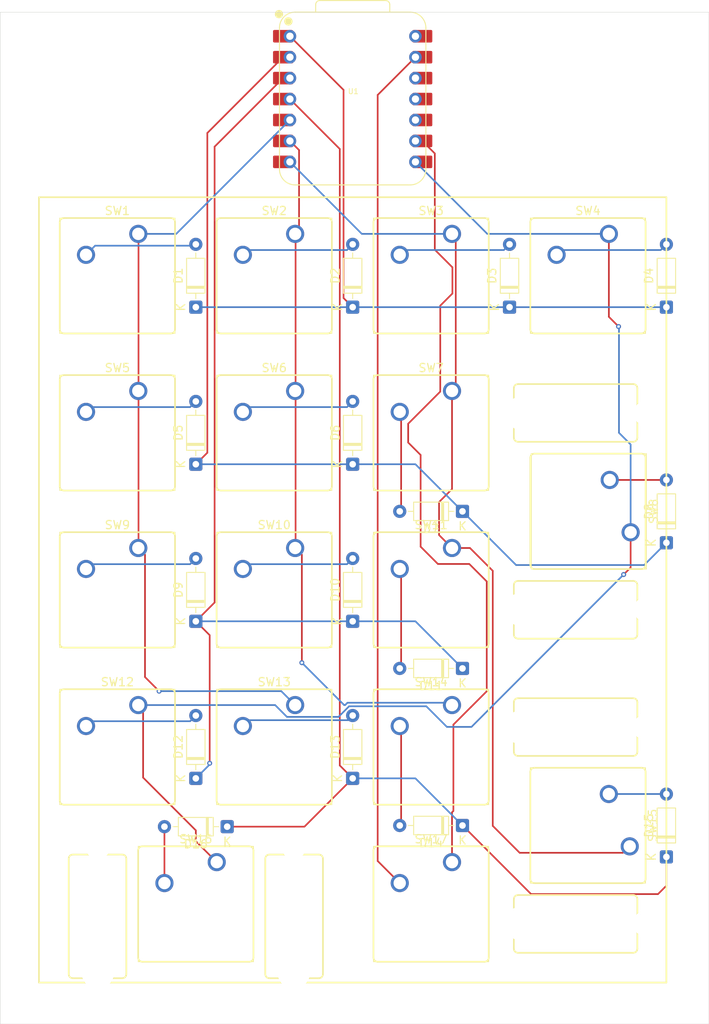
<source format=kicad_pcb>
(kicad_pcb (version 20241229) (generator "pcbnew") (generator_version "9.0")
  (layers (0 "F.Cu" signal) (2 "B.Cu" signal) (13 "F.Paste" user) (15 "B.Paste" user) (5 "F.SilkS" user "F.Silkscreen") (7 "B.SilkS" user "B.Silkscreen") (1 "F.Mask" user) (3 "B.Mask" user) (25 "Edge.Cuts" user))
  (net 0 "")
  (net 1 "Net-(D1-A)")
  (net 2 "GPIO26{slash}ADC0{slash}A0")
  (net 3 "Net-(D2-A)")
  (net 4 "Net-(D3-A)")
  (net 5 "Net-(D4-A)")
  (net 6 "GPIO27{slash}ADC1{slash}A1")
  (net 7 "Net-(D5-A)")
  (net 8 "Net-(D6-A)")
  (net 9 "Net-(D7-A)")
  (net 10 "Net-(D8-A)")
  (net 11 "GPIO28{slash}ADC2{slash}A2")
  (net 12 "Net-(D9-A)")
  (net 13 "Net-(D10-A)")
  (net 14 "Net-(D11-A)")
  (net 15 "Net-(D12-A)")
  (net 16 "Net-(D13-A)")
  (net 17 "GPIO29{slash}ADC3{slash}A3")
  (net 18 "Net-(D14-A)")
  (net 19 "Net-(D15-A)")
  (net 20 "Net-(D16-A)")
  (net 21 "GPIO6{slash}SDA")
  (net 22 "GPIO7{slash}SCL")
  (net 23 "GPIO0{slash}TX")
  (net 24 "GPIO1{slash}RX")
  (net 25 "GPIO2{slash}SCK")
  (net 26 "GND")
  (footprint "Diode_THT:D_DO-35_SOD27_P7.62mm_Horizontal" (layer "F.Cu") (at 89.799 126.093 90)
    (property "Reference" "D12")
    (property "Value" "1N4148")
  )
  (footprint "Library:SW_Cherry_MX_1.00u_PCB WITH 3D" (layer "F.Cu") (at 139.964 60.053)
    (property "Reference" "SW4")
    (property "Value" "SW_Push")
  )
  (footprint "Diode_THT:D_DO-35_SOD27_P7.62mm_Horizontal" (layer "F.Cu") (at 108.849 68.943 90)
    (property "Reference" "D2")
    (property "Value" "1N4148")
  )
  (footprint "Diode_THT:D_DO-35_SOD27_P7.62mm_Horizontal" (layer "F.Cu") (at 122.184 112.758 180)
    (property "Reference" "D11")
    (property "Value" "1N4148")
  )
  (footprint "Library:SW_Cherry_MX_1.00u_PCB WITH 3D" (layer "F.Cu") (at 82.814 117.203)
    (property "Reference" "SW12")
    (property "Value" "SW_Push")
  )
  (footprint "Diode_THT:D_DO-35_SOD27_P7.62mm_Horizontal" (layer "F.Cu") (at 122.184 131.808 180)
    (property "Reference" "D14")
    (property "Value" "1N4148")
  )
  (footprint "Diode_THT:D_DO-35_SOD27_P7.62mm_Horizontal" (layer "F.Cu") (at 146.949 68.943 90)
    (property "Reference" "D4")
    (property "Value" "1N4148")
  )
  (footprint "Diode_THT:D_DO-35_SOD27_P7.62mm_Horizontal" (layer "F.Cu") (at 122.184 93.708 180)
    (property "Reference" "D7")
    (property "Value" "1N4148")
  )
  (footprint "Diode_THT:D_DO-35_SOD27_P7.62mm_Horizontal" (layer "F.Cu") (at 89.799 87.993 90)
    (property "Reference" "D5")
    (property "Value" "1N4148")
  )
  (footprint "Library:SW_Cherry_MX_1.00u_PCB WITH 3D" (layer "F.Cu") (at 101.864 79.103)
    (property "Reference" "SW6")
    (property "Value" "SW_Push")
  )
  (footprint "Diode_THT:D_DO-35_SOD27_P7.62mm_Horizontal" (layer "F.Cu") (at 89.799 68.943 90)
    (property "Reference" "D1")
    (property "Value" "1N4148")
  )
  (footprint "Diode_THT:D_DO-35_SOD27_P7.62mm_Horizontal" (layer "F.Cu") (at 108.849 126.093 90)
    (property "Reference" "D13")
    (property "Value" "1N4148")
  )
  (footprint "Library:SW_Cherry_MX_1.00u_PCB WITH 3D" (layer "F.Cu") (at 101.864 117.203)
    (property "Reference" "SW13")
    (property "Value" "SW_Push")
  )
  (footprint "Library:SW_Cherry_MX_1.00u_PCB WITH 3D" (layer "F.Cu") (at 82.814 60.053)
    (property "Reference" "SW1")
    (property "Value" "SW_Push")
  )
  (footprint "Button_Switch_Keyboard:SW_Cherry_MX_2.00u_PCB" (layer "F.Cu") (at 142.605 96.248 -90)
    (property "Reference" "SW8")
    (property "Value" "SW_Push")
  )
  (footprint "Library:SW_Cherry_MX_1.00u_PCB WITH 3D" (layer "F.Cu") (at 120.914 79.103)
    (property "Reference" "SW7")
    (property "Value" "SW_Push")
  )
  (footprint "Library:SW_Cherry_MX_1.00u_PCB WITH 3D" (layer "F.Cu") (at 120.914 98.153)
    (property "Reference" "SW11")
    (property "Value" "SW_Push")
  )
  (footprint "Diode_THT:D_DO-35_SOD27_P7.62mm_Horizontal" (layer "F.Cu") (at 89.799 107.043 90)
    (property "Reference" "D9")
    (property "Value" "1N4148")
  )
  (footprint "Diode_THT:D_DO-35_SOD27_P7.62mm_Horizontal" (layer "F.Cu") (at 127.899 68.943 90)
    (property "Reference" "D3")
    (property "Value" "1N4148")
  )
  (footprint "Diode_THT:D_DO-35_SOD27_P7.62mm_Horizontal" (layer "F.Cu") (at 146.949 135.618 90)
    (property "Reference" "D15")
    (property "Value" "1N4148")
  )
  (footprint "seeed 2040:XIAO-RP2040-DIP" (layer "F.Cu") (at 108.849 43.7017)
    (property "Reference" "U1")
    (property "Value" "XIAO-RP2040-DIP")
  )
  (footprint "Library:SW_Cherry_MX_1.00u_PCB WITH 3D" (layer "F.Cu") (at 82.814 79.103)
    (property "Reference" "SW5")
    (property "Value" "SW_Push")
  )
  (footprint "Button_Switch_Keyboard:SW_Cherry_MX_2.00u_PCB" (layer "F.Cu") (at 142.4975 134.34 -90)
    (property "Reference" "SW15")
    (property "Value" "SW_Push")
  )
  (footprint "Library:SW_Cherry_MX_1.00u_PCB WITH 3D" (layer "F.Cu") (at 120.914 60.053)
    (property "Reference" "SW3")
    (property "Value" "SW_Push")
  )
  (footprint "Button_Switch_Keyboard:SW_Cherry_MX_2.00u_PCB" (layer "F.Cu") (at 92.339 136.253)
    (property "Reference" "SW16")
    (property "Value" "SW_Push")
  )
  (footprint "Library:SW_Cherry_MX_1.00u_PCB WITH 3D" (layer "F.Cu") (at 120.914 117.203)
    (property "Reference" "SW14")
    (property "Value" "SW_Push")
  )
  (footprint "Diode_THT:D_DO-35_SOD27_P7.62mm_Horizontal" (layer "F.Cu") (at 93.609 131.95 180)
    (property "Reference" "D16")
    (property "Value" "1N4148")
  )
  (footprint "Diode_THT:D_DO-35_SOD27_P7.62mm_Horizontal" (layer "F.Cu") (at 146.949 97.518 90)
    (property "Reference" "D8")
    (property "Value" "1N4148")
  )
  (footprint "Library:SW_Cherry_MX_1.00u_PCB WITH 3D" (layer "F.Cu") (at 82.814 98.153)
    (property "Reference" "SW9")
    (property "Value" "SW_Push")
  )
  (footprint "Diode_THT:D_DO-35_SOD27_P7.62mm_Horizontal" (layer "F.Cu") (at 108.849 107.043 90)
    (property "Reference" "D10")
    (property "Value" "1N4148")
  )
  (footprint "Library:SW_Cherry_MX_1.00u_PCB WITH 3D" (layer "F.Cu") (at 101.864 60.053)
    (property "Reference" "SW2")
    (property "Value" "SW_Push")
  )
  (footprint "Library:SW_Cherry_MX_1.00u_PCB WITH 3D" (layer "F.Cu") (at 101.864 98.153)
    (property "Reference" "SW10")
    (property "Value" "SW_Push")
  )
  (footprint "Diode_THT:D_DO-35_SOD27_P7.62mm_Horizontal" (layer "F.Cu") (at 108.849 87.993 90)
    (property "Reference" "D6")
    (property "Value" "1N4148")
  )
  (footprint "Library:SW_Cherry_MX_1.00u_PCB WITH 3D" (layer "F.Cu") (at 120.914 136.253)
    (property "Reference" "SW17")
    (property "Value" "SW_Push")
  )
  (gr_arc (start 73.774 91.183) (mid 73.420447 91.036553) (end 73.274 90.683) (stroke (width 0.2)) (layer "F.SilkS"))
  (gr_line (start 128.424 78.77) (end 128.424 84.77) (stroke (width 0.2)) (layer "F.SilkS"))
  (gr_line (start 105.237 135.833) (end 105.237 149.833) (stroke (width 0.2)) (layer "F.SilkS"))
  (gr_arc (start 106.324 109.733) (mid 106.177553 110.086553) (end 105.824 110.233) (stroke (width 0.2)) (layer "F.SilkS"))
  (gr_arc (start 143.424 84.77) (mid 143.277553 85.123553) (end 142.924 85.27) (stroke (width 0.2)) (layer "F.SilkS"))
  (gr_arc (start 125.374 90.683) (mid 125.227553 91.036553) (end 124.874 91.183) (stroke (width 0.2)) (layer "F.SilkS"))
  (gr_arc (start 124.874 115.283) (mid 125.227553 115.429447) (end 125.374 115.783) (stroke (width 0.2)) (layer "F.SilkS"))
  (gr_line (start 73.774 115.283) (end 86.774 115.283) (stroke (width 0.2)) (layer "F.SilkS"))
  (gr_line (start 73.774 91.183) (end 86.774 91.183) (stroke (width 0.2)) (layer "F.SilkS"))
  (gr_arc (start 128.424 102.646) (mid 128.570447 102.292447) (end 128.924 102.146) (stroke (width 0.2)) (layer "F.SilkS"))
  (gr_arc (start 128.424 116.87) (mid 128.570447 116.516447) (end 128.924 116.37) (stroke (width 0.2)) (layer "F.SilkS"))
  (gr_arc (start 130.424 125.308) (mid 130.570447 124.954447) (end 130.924 124.808) (stroke (width 0.2)) (layer "F.SilkS"))
  (gr_arc (start 92.324 77.683) (mid 92.470447 77.329447) (end 92.824 77.183) (stroke (width 0.2)) (layer "F.SilkS"))
  (gr_arc (start 130.924 138.808) (mid 130.570447 138.661553) (end 130.424 138.308) (stroke (width 0.2)) (layer "F.SilkS"))
  (gr_line (start 111.374 58.633) (end 111.374 71.633) (stroke (width 0.2)) (layer "F.SilkS"))
  (gr_line (start 143.424 140.746) (end 143.424 146.746) (stroke (width 0.2)) (layer "F.SilkS"))
  (gr_line (start 98.737 150.333) (end 104.737 150.333) (stroke (width 0.2)) (layer "F.SilkS"))
  (gr_line (start 142.924 102.146) (end 128.924 102.146) (stroke (width 0.2)) (layer "F.SilkS"))
  (gr_line (start 82.799 134.833) (end 82.799 147.833) (stroke (width 0.2)) (layer "F.SilkS"))
  (gr_arc (start 124.874 77.183) (mid 125.227553 77.329447) (end 125.374 77.683) (stroke (width 0.2)) (layer "F.SilkS"))
  (gr_line (start 142.924 116.37) (end 128.924 116.37) (stroke (width 0.2)) (layer "F.SilkS"))
  (gr_arc (start 87.274 109.733) (mid 87.127553 110.086553) (end 86.774 110.233) (stroke (width 0.2)) (layer "F.SilkS"))
  (gr_line (start 125.374 58.633) (end 125.374 71.633) (stroke (width 0.2)) (layer "F.SilkS"))
  (gr_line (start 142.924 147.246) (end 128.924 147.246) (stroke (width 0.2)) (layer "F.SilkS"))
  (gr_arc (start 142.924 78.27) (mid 143.277553 78.416447) (end 143.424 78.77) (stroke (width 0.2)) (layer "F.SilkS"))
  (gr_arc (start 130.924 100.708) (mid 130.570447 100.561553) (end 130.424 100.208) (stroke (width 0.2)) (layer "F.SilkS"))
  (gr_arc (start 74.861 150.333) (mid 74.507447 150.186553) (end 74.361 149.833) (stroke (width 0.2)) (layer "F.SilkS"))
  (gr_line (start 87.274 96.733) (end 87.274 109.733) (stroke (width 0.2)) (layer "F.SilkS"))
  (gr_line (start 92.824 91.183) (end 105.824 91.183) (stroke (width 0.2)) (layer "F.SilkS"))
  (gr_line (start 106.324 77.683) (end 106.324 90.683) (stroke (width 0.2)) (layer "F.SilkS"))
  (gr_arc (start 86.774 96.233) (mid 87.127553 96.379447) (end 87.274 96.733) (stroke (width 0.2)) (layer "F.SilkS"))
  (gr_arc (start 73.274 58.633) (mid 73.420447 58.279447) (end 73.774 58.133) (stroke (width 0.2)) (layer "F.SilkS"))
  (gr_line (start 73.274 115.783) (end 73.274 128.783) (stroke (width 0.2)) (layer "F.SilkS"))
  (gr_arc (start 128.924 147.246) (mid 128.570447 147.099553) (end 128.424 146.746) (stroke (width 0.2)) (layer "F.SilkS"))
  (gr_line (start 143.424 116.87) (end 143.424 122.87) (stroke (width 0.2)) (layer "F.SilkS"))
  (gr_line (start 92.324 77.683) (end 92.324 90.683) (stroke (width 0.2)) (layer "F.SilkS"))
  (gr_line (start 143.924 86.708) (end 130.924 86.708) (stroke (width 0.2)) (layer "F.SilkS"))
  (gr_line (start 142.924 109.146) (end 128.924 109.146) (stroke (width 0.2)) (layer "F.SilkS"))
  (gr_arc (start 111.374 134.833) (mid 111.520447 134.479447) (end 111.874 134.333) (stroke (width 0.2)) (layer "F.SilkS"))
  (gr_line (start 73.774 129.283) (end 86.774 129.283) (stroke (width 0.2)) (layer "F.SilkS"))
  (gr_arc (start 130.424 87.208) (mid 130.570447 86.854447) (end 130.924 86.708) (stroke (width 0.2)) (layer "F.SilkS"))
  (gr_arc (start 106.324 71.633) (mid 106.177553 71.986553) (end 105.824 72.133) (stroke (width 0.2)) (layer "F.SilkS"))
  (gr_line (start 87.274 115.783) (end 87.274 128.783) (stroke (width 0.2)) (layer "F.SilkS"))
  (gr_arc (start 125.374 128.783) (mid 125.227553 129.136553) (end 124.874 129.283) (stroke (width 0.2)) (layer "F.SilkS"))
  (gr_line (start 143.924 100.708) (end 130.924 100.708) (stroke (width 0.2)) (layer "F.SilkS"))
  (gr_arc (start 111.874 110.233) (mid 111.520447 110.086553) (end 111.374 109.733) (stroke (width 0.2)) (layer "F.SilkS"))
  (gr_line (start 96.799 134.833) (end 96.799 147.833) (stroke (width 0.2)) (layer "F.SilkS"))
  (gr_arc (start 111.874 91.183) (mid 111.520447 91.036553) (end 111.374 90.683) (stroke (width 0.2)) (layer "F.SilkS"))
  (gr_line (start 111.874 148.333) (end 124.874 148.333) (stroke (width 0.2)) (layer "F.SilkS"))
  (gr_line (start 106.324 96.733) (end 106.324 109.733) (stroke (width 0.2)) (layer "F.SilkS"))
  (gr_arc (start 144.424 138.308) (mid 144.277553 138.661553) (end 143.924 138.808) (stroke (width 0.2)) (layer "F.SilkS"))
  (gr_line (start 70.749 55.608) (end 146.949 55.608) (stroke (width 0.2)) (layer "F.SilkS"))
  (gr_arc (start 125.374 71.633) (mid 125.227553 71.986553) (end 124.874 72.133) (stroke (width 0.2)) (layer "F.SilkS"))
  (gr_arc (start 111.374 58.633) (mid 111.520447 58.279447) (end 111.874 58.133) (stroke (width 0.2)) (layer "F.SilkS"))
  (gr_line (start 92.824 110.233) (end 105.824 110.233) (stroke (width 0.2)) (layer "F.SilkS"))
  (gr_line (start 111.874 110.233) (end 124.874 110.233) (stroke (width 0.2)) (layer "F.SilkS"))
  (gr_arc (start 144.424 71.633) (mid 144.277553 71.986553) (end 143.924 72.133) (stroke (width 0.2)) (layer "F.SilkS"))
  (gr_arc (start 83.299 148.333) (mid 82.945447 148.186553) (end 82.799 147.833) (stroke (width 0.2)) (layer "F.SilkS"))
  (gr_arc (start 87.274 128.783) (mid 87.127553 129.136553) (end 86.774 129.283) (stroke (width 0.2)) (layer "F.SilkS"))
  (gr_line (start 74.861 150.333) (end 80.861 150.333) (stroke (width 0.2)) (layer "F.SilkS"))
  (gr_line (start 73.274 96.733) (end 73.274 109.733) (stroke (width 0.2)) (layer "F.SilkS"))
  (gr_arc (start 143.424 122.87) (mid 143.277553 123.223553) (end 142.924 123.37) (stroke (width 0.2)) (layer "F.SilkS"))
  (gr_arc (start 124.874 134.333) (mid 125.227553 134.479447) (end 125.374 134.833) (stroke (width 0.2)) (layer "F.SilkS"))
  (gr_arc (start 96.799 147.833) (mid 96.652553 148.186553) (end 96.299 148.333) (stroke (width 0.2)) (layer "F.SilkS"))
  (gr_line (start 83.299 134.333) (end 96.299 134.333) (stroke (width 0.2)) (layer "F.SilkS"))
  (gr_arc (start 128.424 78.77) (mid 128.570447 78.416447) (end 128.924 78.27) (stroke (width 0.2)) (layer "F.SilkS"))
  (gr_line (start 111.374 96.733) (end 111.374 109.733) (stroke (width 0.2)) (layer "F.SilkS"))
  (gr_line (start 74.861 135.333) (end 80.861 135.333) (stroke (width 0.2)) (layer "F.SilkS"))
  (gr_line (start 143.924 138.808) (end 130.924 138.808) (stroke (width 0.2)) (layer "F.SilkS"))
  (gr_arc (start 128.924 85.27) (mid 128.570447 85.123553) (end 128.424 84.77) (stroke (width 0.2)) (layer "F.SilkS"))
  (gr_line (start 128.424 116.87) (end 128.424 122.87) (stroke (width 0.2)) (layer "F.SilkS"))
  (gr_line (start 73.774 96.233) (end 86.774 96.233) (stroke (width 0.2)) (layer "F.SilkS"))
  (gr_line (start 144.424 58.633) (end 144.424 71.633) (stroke (width 0.2)) (layer "F.SilkS"))
  (gr_arc (start 143.924 124.808) (mid 144.277553 124.954447) (end 144.424 125.308) (stroke (width 0.2)) (layer "F.SilkS"))
  (gr_arc (start 128.924 109.146) (mid 128.570447 108.999553) (end 128.424 108.646) (stroke (width 0.2)) (layer "F.SilkS"))
  (gr_line (start 130.424 58.633) (end 130.424 71.633) (stroke (width 0.2)) (layer "F.SilkS"))
  (gr_line (start 125.374 77.683) (end 125.374 90.683) (stroke (width 0.2)) (layer "F.SilkS"))
  (gr_line (start 87.274 77.683) (end 87.274 90.683) (stroke (width 0.2)) (layer "F.SilkS"))
  (gr_line (start 73.274 58.633) (end 73.274 71.633) (stroke (width 0.2)) (layer "F.SilkS"))
  (gr_line (start 92.824 129.283) (end 105.824 129.283) (stroke (width 0.2)) (layer "F.SilkS"))
  (gr_arc (start 92.324 96.733) (mid 92.470447 96.379447) (end 92.824 96.233) (stroke (width 0.2)) (layer "F.SilkS"))
  (gr_arc (start 73.274 77.683) (mid 73.420447 77.329447) (end 73.774 77.183) (stroke (width 0.2)) (layer "F.SilkS"))
  (gr_arc (start 111.874 129.283) (mid 111.520447 129.136553) (end 111.374 128.783) (stroke (width 0.2)) (layer "F.SilkS"))
  (gr_line (start 111.874 58.133) (end 124.874 58.133) (stroke (width 0.2)) (layer "F.SilkS"))
  (gr_line (start 144.424 87.208) (end 144.424 100.208) (stroke (width 0.2)) (layer "F.SilkS"))
  (gr_line (start 106.324 115.783) (end 106.324 128.783) (stroke (width 0.2)) (layer "F.SilkS"))
  (gr_arc (start 124.874 58.133) (mid 125.227553 58.279447) (end 125.374 58.633) (stroke (width 0.2)) (layer "F.SilkS"))
  (gr_arc (start 104.737 135.333) (mid 105.090553 135.479447) (end 105.237 135.833) (stroke (width 0.2)) (layer "F.SilkS"))
  (gr_line (start 143.924 124.808) (end 130.924 124.808) (stroke (width 0.2)) (layer "F.SilkS"))
  (gr_line (start 92.824 72.133) (end 105.824 72.133) (stroke (width 0.2)) (layer "F.SilkS"))
  (gr_arc (start 111.374 96.733) (mid 111.520447 96.379447) (end 111.874 96.233) (stroke (width 0.2)) (layer "F.SilkS"))
  (gr_arc (start 143.924 86.708) (mid 144.277553 86.854447) (end 144.424 87.208) (stroke (width 0.2)) (layer "F.SilkS"))
  (gr_arc (start 124.874 96.233) (mid 125.227553 96.379447) (end 125.374 96.733) (stroke (width 0.2)) (layer "F.SilkS"))
  (gr_line (start 111.374 134.833) (end 111.374 147.833) (stroke (width 0.2)) (layer "F.SilkS"))
  (gr_line (start 92.824 96.233) (end 105.824 96.233) (stroke (width 0.2)) (layer "F.SilkS"))
  (gr_arc (start 92.824 110.233) (mid 92.470447 110.086553) (end 92.324 109.733) (stroke (width 0.2)) (layer "F.SilkS"))
  (gr_line (start 83.299 148.333) (end 96.299 148.333) (stroke (width 0.2)) (layer "F.SilkS"))
  (gr_arc (start 142.924 116.37) (mid 143.277553 116.516447) (end 143.424 116.87) (stroke (width 0.2)) (layer "F.SilkS"))
  (gr_arc (start 144.424 100.208) (mid 144.277553 100.561553) (end 143.924 100.708) (stroke (width 0.2)) (layer "F.SilkS"))
  (gr_arc (start 73.774 129.283) (mid 73.420447 129.136553) (end 73.274 128.783) (stroke (width 0.2)) (layer "F.SilkS"))
  (gr_arc (start 125.374 147.833) (mid 125.227553 148.186553) (end 124.874 148.333) (stroke (width 0.2)) (layer "F.SilkS"))
  (gr_arc (start 80.861 135.333) (mid 81.214553 135.479447) (end 81.361 135.833) (stroke (width 0.2)) (layer "F.SilkS"))
  (gr_arc (start 74.361 135.833) (mid 74.507447 135.479447) (end 74.861 135.333) (stroke (width 0.2)) (layer "F.SilkS"))
  (gr_line (start 111.874 134.333) (end 124.874 134.333) (stroke (width 0.2)) (layer "F.SilkS"))
  (gr_arc (start 82.799 134.833) (mid 82.945447 134.479447) (end 83.299 134.333) (stroke (width 0.2)) (layer "F.SilkS"))
  (gr_line (start 146.949 150.858) (end 146.949 55.608) (stroke (width 0.2)) (layer "F.SilkS"))
  (gr_arc (start 130.424 58.633) (mid 130.570447 58.279447) (end 130.924 58.133) (stroke (width 0.2)) (layer "F.SilkS"))
  (gr_line (start 128.424 102.646) (end 128.424 108.646) (stroke (width 0.2)) (layer "F.SilkS"))
  (gr_arc (start 143.424 146.746) (mid 143.277553 147.099553) (end 142.924 147.246) (stroke (width 0.2)) (layer "F.SilkS"))
  (gr_line (start 70.749 150.858) (end 146.949 150.858) (stroke (width 0.2)) (layer "F.SilkS"))
  (gr_line (start 111.874 129.283) (end 124.874 129.283) (stroke (width 0.2)) (layer "F.SilkS"))
  (gr_arc (start 111.874 72.133) (mid 111.520447 71.986553) (end 111.374 71.633) (stroke (width 0.2)) (layer "F.SilkS"))
  (gr_arc (start 92.824 72.133) (mid 92.470447 71.986553) (end 92.324 71.633) (stroke (width 0.2)) (layer "F.SilkS"))
  (gr_arc (start 87.274 71.633) (mid 87.127553 71.986553) (end 86.774 72.133) (stroke (width 0.2)) (layer "F.SilkS"))
  (gr_arc (start 105.237 149.833) (mid 105.090553 150.186553) (end 104.737 150.333) (stroke (width 0.2)) (layer "F.SilkS"))
  (gr_arc (start 87.274 90.683) (mid 87.127553 91.036553) (end 86.774 91.183) (stroke (width 0.2)) (layer "F.SilkS"))
  (gr_arc (start 92.824 91.183) (mid 92.470447 91.036553) (end 92.324 90.683) (stroke (width 0.2)) (layer "F.SilkS"))
  (gr_line (start 87.274 58.633) (end 87.274 71.633) (stroke (width 0.2)) (layer "F.SilkS"))
  (gr_arc (start 86.774 115.283) (mid 87.127553 115.429447) (end 87.274 115.783) (stroke (width 0.2)) (layer "F.SilkS"))
  (gr_line (start 144.424 125.308) (end 144.424 138.308) (stroke (width 0.2)) (layer "F.SilkS"))
  (gr_arc (start 96.299 134.333) (mid 96.652553 134.479447) (end 96.799 134.833) (stroke (width 0.2)) (layer "F.SilkS"))
  (gr_line (start 92.824 115.283) (end 105.824 115.283) (stroke (width 0.2)) (layer "F.SilkS"))
  (gr_arc (start 111.374 77.683) (mid 111.520447 77.329447) (end 111.874 77.183) (stroke (width 0.2)) (layer "F.SilkS"))
  (gr_line (start 125.374 96.733) (end 125.374 109.733) (stroke (width 0.2)) (layer "F.SilkS"))
  (gr_arc (start 92.824 129.283) (mid 92.470447 129.136553) (end 92.324 128.783) (stroke (width 0.2)) (layer "F.SilkS"))
  (gr_arc (start 106.324 128.783) (mid 106.177553 129.136553) (end 105.824 129.283) (stroke (width 0.2)) (layer "F.SilkS"))
  (gr_line (start 143.424 102.646) (end 143.424 108.646) (stroke (width 0.2)) (layer "F.SilkS"))
  (gr_arc (start 142.924 102.146) (mid 143.277553 102.292447) (end 143.424 102.646) (stroke (width 0.2)) (layer "F.SilkS"))
  (gr_arc (start 105.824 96.233) (mid 106.177553 96.379447) (end 106.324 96.733) (stroke (width 0.2)) (layer "F.SilkS"))
  (gr_line (start 142.924 140.246) (end 128.924 140.246) (stroke (width 0.2)) (layer "F.SilkS"))
  (gr_arc (start 111.874 148.333) (mid 111.520447 148.186553) (end 111.374 147.833) (stroke (width 0.2)) (layer "F.SilkS"))
  (gr_line (start 98.737 135.333) (end 104.737 135.333) (stroke (width 0.2)) (layer "F.SilkS"))
  (gr_arc (start 143.924 58.133) (mid 144.277553 58.279447) (end 144.424 58.633) (stroke (width 0.2)) (layer "F.SilkS"))
  (gr_line (start 92.324 58.633) (end 92.324 71.633) (stroke (width 0.2)) (layer "F.SilkS"))
  (gr_line (start 143.424 78.77) (end 143.424 84.77) (stroke (width 0.2)) (layer "F.SilkS"))
  (gr_line (start 142.924 123.37) (end 128.924 123.37) (stroke (width 0.2)) (layer "F.SilkS"))
  (gr_line (start 130.924 72.133) (end 143.924 72.133) (stroke (width 0.2)) (layer "F.SilkS"))
  (gr_line (start 111.874 115.283) (end 124.874 115.283) (stroke (width 0.2)) (layer "F.SilkS"))
  (gr_line (start 111.374 77.683) (end 111.374 90.683) (stroke (width 0.2)) (layer "F.SilkS"))
  (gr_line (start 73.774 72.133) (end 86.774 72.133) (stroke (width 0.2)) (layer "F.SilkS"))
  (gr_line (start 73.274 77.683) (end 73.274 90.683) (stroke (width 0.2)) (layer "F.SilkS"))
  (gr_line (start 92.824 58.133) (end 105.824 58.133) (stroke (width 0.2)) (layer "F.SilkS"))
  (gr_arc (start 142.924 140.246) (mid 143.277553 140.392447) (end 143.424 140.746) (stroke (width 0.2)) (layer "F.SilkS"))
  (gr_arc (start 125.374 109.733) (mid 125.227553 110.086553) (end 124.874 110.233) (stroke (width 0.2)) (layer "F.SilkS"))
  (gr_line (start 130.924 58.133) (end 143.924 58.133) (stroke (width 0.2)) (layer "F.SilkS"))
  (gr_arc (start 105.824 115.283) (mid 106.177553 115.429447) (end 106.324 115.783) (stroke (width 0.2)) (layer "F.SilkS"))
  (gr_line (start 74.361 135.833) (end 74.361 149.833) (stroke (width 0.2)) (layer "F.SilkS"))
  (gr_arc (start 143.424 108.646) (mid 143.277553 108.999553) (end 142.924 109.146) (stroke (width 0.2)) (layer "F.SilkS"))
  (gr_arc (start 86.774 58.133) (mid 87.127553 58.279447) (end 87.274 58.633) (stroke (width 0.2)) (layer "F.SilkS"))
  (gr_arc (start 98.237 135.833) (mid 98.383447 135.479447) (end 98.737 135.333) (stroke (width 0.2)) (layer "F.SilkS"))
  (gr_line (start 73.774 77.183) (end 86.774 77.183) (stroke (width 0.2)) (layer "F.SilkS"))
  (gr_line (start 98.237 135.833) (end 98.237 149.833) (stroke (width 0.2)) (layer "F.SilkS"))
  (gr_line (start 92.824 77.183) (end 105.824 77.183) (stroke (width 0.2)) (layer "F.SilkS"))
  (gr_line (start 81.361 135.833) (end 81.361 149.833) (stroke (width 0.2)) (layer "F.SilkS"))
  (gr_line (start 111.374 115.783) (end 111.374 128.783) (stroke (width 0.2)) (layer "F.SilkS"))
  (gr_line (start 111.874 77.183) (end 124.874 77.183) (stroke (width 0.2)) (layer "F.SilkS"))
  (gr_arc (start 86.774 77.183) (mid 87.127553 77.329447) (end 87.274 77.683) (stroke (width 0.2)) (layer "F.SilkS"))
  (gr_line (start 130.424 125.308) (end 130.424 138.308) (stroke (width 0.2)) (layer "F.SilkS"))
  (gr_line (start 73.774 110.233) (end 86.774 110.233) (stroke (width 0.2)) (layer "F.SilkS"))
  (gr_line (start 125.374 115.783) (end 125.374 128.783) (stroke (width 0.2)) (layer "F.SilkS"))
  (gr_arc (start 128.924 123.37) (mid 128.570447 123.223553) (end 128.424 122.87) (stroke (width 0.2)) (layer "F.SilkS"))
  (gr_arc (start 81.361 149.833) (mid 81.214553 150.186553) (end 80.861 150.333) (stroke (width 0.2)) (layer "F.SilkS"))
  (gr_arc (start 73.774 110.233) (mid 73.420447 110.086553) (end 73.274 109.733) (stroke (width 0.2)) (layer "F.SilkS"))
  (gr_arc (start 106.324 90.683) (mid 106.177553 91.036553) (end 105.824 91.183) (stroke (width 0.2)) (layer "F.SilkS"))
  (gr_line (start 128.424 140.746) (end 128.424 146.746) (stroke (width 0.2)) (layer "F.SilkS"))
  (gr_line (start 142.924 78.27) (end 128.924 78.27) (stroke (width 0.2)) (layer "F.SilkS"))
  (gr_line (start 106.324 58.633) (end 106.324 71.633) (stroke (width 0.2)) (layer "F.SilkS"))
  (gr_arc (start 105.824 77.183) (mid 106.177553 77.329447) (end 106.324 77.683) (stroke (width 0.2)) (layer "F.SilkS"))
  (gr_arc (start 130.924 72.133) (mid 130.570447 71.986553) (end 130.424 71.633) (stroke (width 0.2)) (layer "F.SilkS"))
  (gr_line (start 111.874 72.133) (end 124.874 72.133) (stroke (width 0.2)) (layer "F.SilkS"))
  (gr_line (start 130.424 87.208) (end 130.424 100.208) (stroke (width 0.2)) (layer "F.SilkS"))
  (gr_line (start 142.924 85.27) (end 128.924 85.27) (stroke (width 0.2)) (layer "F.SilkS"))
  (gr_line (start 70.749 150.858) (end 70.749 55.608) (stroke (width 0.2)) (layer "F.SilkS"))
  (gr_line (start 92.324 115.783) (end 92.324 128.783) (stroke (width 0.2)) (layer "F.SilkS"))
  (gr_line (start 111.874 96.233) (end 124.874 96.233) (stroke (width 0.2)) (layer "F.SilkS"))
  (gr_line (start 92.324 96.733) (end 92.324 109.733) (stroke (width 0.2)) (layer "F.SilkS"))
  (gr_arc (start 111.374 115.783) (mid 111.520447 115.429447) (end 111.874 115.283) (stroke (width 0.2)) (layer "F.SilkS"))
  (gr_line (start 125.374 134.833) (end 125.374 147.833) (stroke (width 0.2)) (layer "F.SilkS"))
  (gr_arc (start 92.324 58.633) (mid 92.470447 58.279447) (end 92.824 58.133) (stroke (width 0.2)) (layer "F.SilkS"))
  (gr_line (start 111.874 91.183) (end 124.874 91.183) (stroke (width 0.2)) (layer "F.SilkS"))
  (gr_arc (start 105.824 58.133) (mid 106.177553 58.279447) (end 106.324 58.633) (stroke (width 0.2)) (layer "F.SilkS"))
  (gr_arc (start 128.424 140.746) (mid 128.570447 140.392447) (end 128.924 140.246) (stroke (width 0.2)) (layer "F.SilkS"))
  (gr_line (start 73.774 58.133) (end 86.774 58.133) (stroke (width 0.2)) (layer "F.SilkS"))
  (gr_arc (start 73.274 96.733) (mid 73.420447 96.379447) (end 73.774 96.233) (stroke (width 0.2)) (layer "F.SilkS"))
  (gr_arc (start 73.274 115.783) (mid 73.420447 115.429447) (end 73.774 115.283) (stroke (width 0.2)) (layer "F.SilkS"))
  (gr_arc (start 92.324 115.783) (mid 92.470447 115.429447) (end 92.824 115.283) (stroke (width 0.2)) (layer "F.SilkS"))
  (gr_arc (start 73.774 72.133) (mid 73.420447 71.986553) (end 73.274 71.633) (stroke (width 0.2)) (layer "F.SilkS"))
  (gr_arc (start 98.737 150.333) (mid 98.383447 150.186553) (end 98.237 149.833) (stroke (width 0.2)) (layer "F.SilkS"))
  (gr_rect (start 66.04275 33.17725) (end 152.11675 155.88825) (stroke (width 0.05)) (fill no) (layer "Edge.Cuts"))
  (segment (start 77.5723 61.4847) (end 76.464 62.593) (width 0.2) (layer "B.Cu") (net 1))
  (segment (start 89.799 61.323) (end 89.6373 61.4847) (width 0.2) (layer "B.Cu") (net 1))
  (segment (start 89.6373 61.4847) (end 77.5723 61.4847) (width 0.2) (layer "B.Cu") (net 1))
  (segment (start 108.849 68.943) (end 107.739 67.8334) (width 0.2) (layer "F.Cu") (net 2))
  (segment (start 101.229 36.0817) (end 100.394 36.0817) (width 0.2) (layer "F.Cu") (net 2))
  (segment (start 107.739 42.5921) (end 101.229 36.0817) (width 0.2) (layer "F.Cu") (net 2))
  (segment (start 107.739 67.8334) (end 107.739 42.5921) (width 0.2) (layer "F.Cu") (net 2))
  (segment (start 89.799 68.943) (end 127.899 68.943) (width 0.2) (layer "B.Cu") (net 2))
  (segment (start 146.949 68.943) (end 127.899 68.943) (width 0.2) (layer "B.Cu") (net 2))
  (segment (start 95.514 62.593) (end 96.094 62.013) (width 0.2) (layer "B.Cu") (net 3))
  (segment (start 108.159 62.013) (end 108.849 61.323) (width 0.2) (layer "B.Cu") (net 3))
  (segment (start 96.094 62.013) (end 108.159 62.013) (width 0.2) (layer "B.Cu") (net 3))
  (segment (start 127.209 62.013) (end 127.899 61.323) (width 0.2) (layer "B.Cu") (net 4))
  (segment (start 114.564 62.593) (end 115.144 62.013) (width 0.2) (layer "B.Cu") (net 4))
  (segment (start 115.144 62.013) (end 127.209 62.013) (width 0.2) (layer "B.Cu") (net 4))
  (segment (start 134.194 62.013) (end 146.259 62.013) (width 0.2) (layer "B.Cu") (net 5))
  (segment (start 133.614 62.593) (end 134.194 62.013) (width 0.2) (layer "B.Cu") (net 5))
  (segment (start 146.259 62.013) (end 146.949 61.323) (width 0.2) (layer "B.Cu") (net 5))
  (segment (start 91.199 86.593) (end 89.799 87.993) (width 0.2) (layer "F.Cu") (net 6))
  (segment (start 100.394 38.6217) (end 91.199 47.8167) (width 0.2) (layer "F.Cu") (net 6))
  (segment (start 101.229 38.6217) (end 100.394 38.6217) (width 0.2) (layer "F.Cu") (net 6))
  (segment (start 91.199 47.8167) (end 91.199 86.593) (width 0.2) (layer "F.Cu") (net 6))
  (segment (start 122.184 93.708) (end 128.697 100.221) (width 0.2) (layer "B.Cu") (net 6))
  (segment (start 122.184 93.708) (end 116.469 87.993) (width 0.2) (layer "B.Cu") (net 6))
  (segment (start 128.697 100.221) (end 144.246 100.221) (width 0.2) (layer "B.Cu") (net 6))
  (segment (start 144.246 100.221) (end 146.949 97.518) (width 0.2) (layer "B.Cu") (net 6))
  (segment (start 89.799 87.993) (end 108.849 87.993) (width 0.2) (layer "B.Cu") (net 6))
  (segment (start 116.469 87.993) (end 108.849 87.993) (width 0.2) (layer "B.Cu") (net 6))
  (segment (start 76.464 81.643) (end 77.044 81.063) (width 0.2) (layer "B.Cu") (net 7))
  (segment (start 89.109 81.063) (end 89.799 80.373) (width 0.2) (layer "B.Cu") (net 7))
  (segment (start 77.044 81.063) (end 89.109 81.063) (width 0.2) (layer "B.Cu") (net 7))
  (segment (start 95.514 81.643) (end 96.094 81.063) (width 0.2) (layer "B.Cu") (net 8))
  (segment (start 108.159 81.063) (end 108.849 80.373) (width 0.2) (layer "B.Cu") (net 8))
  (segment (start 96.094 81.063) (end 108.159 81.063) (width 0.2) (layer "B.Cu") (net 8))
  (segment (start 114.735 93.5367) (end 114.735 81.8143) (width 0.2) (layer "F.Cu") (net 9))
  (segment (start 114.564 93.708) (end 114.735 93.5367) (width 0.2) (layer "F.Cu") (net 9))
  (segment (start 114.735 81.8143) (end 114.564 81.643) (width 0.2) (layer "F.Cu") (net 9))
  (segment (start 146.949 89.898) (end 140.065 89.898) (width 0.2) (layer "F.Cu") (net 10))
  (segment (start 92.08 49.4757) (end 100.394 41.1617) (width 0.2) (layer "F.Cu") (net 11))
  (segment (start 89.799 107.043) (end 92.08 104.762) (width 0.2) (layer "F.Cu") (net 11))
  (segment (start 100.394 41.1617) (end 101.229 41.1617) (width 0.2) (layer "F.Cu") (net 11))
  (segment (start 91.4826 124.258) (end 91.4826 108.727) (width 0.2) (layer "F.Cu") (net 11))
  (segment (start 91.4826 108.727) (end 89.799 107.043) (width 0.2) (layer "F.Cu") (net 11))
  (segment (start 92.08 104.762) (end 92.08 49.4757) (width 0.2) (layer "F.Cu") (net 11))
  (via (at 91.4826 124.258) (size 0.6) (drill 0.3) (layers "F.Cu" "B.Cu") (net 11))
  (segment (start 91.4826 124.409) (end 91.4826 124.258) (width 0.2) (layer "B.Cu") (net 11))
  (segment (start 116.469 107.043) (end 122.184 112.758) (width 0.2) (layer "B.Cu") (net 11))
  (segment (start 89.799 126.093) (end 91.4826 124.409) (width 0.2) (layer "B.Cu") (net 11))
  (segment (start 108.849 107.043) (end 116.469 107.043) (width 0.2) (layer "B.Cu") (net 11))
  (segment (start 108.849 107.043) (end 89.799 107.043) (width 0.2) (layer "B.Cu") (net 11))
  (segment (start 76.464 100.693) (end 77.044 100.113) (width 0.2) (layer "B.Cu") (net 12))
  (segment (start 77.044 100.113) (end 89.109 100.113) (width 0.2) (layer "B.Cu") (net 12))
  (segment (start 89.109 100.113) (end 89.799 99.423) (width 0.2) (layer "B.Cu") (net 12))
  (segment (start 96.094 100.113) (end 108.159 100.113) (width 0.2) (layer "B.Cu") (net 13))
  (segment (start 95.514 100.693) (end 96.094 100.113) (width 0.2) (layer "B.Cu") (net 13))
  (segment (start 108.159 100.113) (end 108.849 99.423) (width 0.2) (layer "B.Cu") (net 13))
  (segment (start 114.735 112.587) (end 114.735 100.864) (width 0.2) (layer "F.Cu") (net 14))
  (segment (start 114.564 112.758) (end 114.735 112.587) (width 0.2) (layer "F.Cu") (net 14))
  (segment (start 114.735 100.864) (end 114.564 100.693) (width 0.2) (layer "F.Cu") (net 14))
  (segment (start 77.044 119.163) (end 89.109 119.163) (width 0.2) (layer "B.Cu") (net 15))
  (segment (start 89.109 119.163) (end 89.799 118.473) (width 0.2) (layer "B.Cu") (net 15))
  (segment (start 76.464 119.743) (end 77.044 119.163) (width 0.2) (layer "B.Cu") (net 15))
  (segment (start 108.286 119.036) (end 108.849 118.473) (width 0.2) (layer "B.Cu") (net 16))
  (segment (start 95.514 119.743) (end 96.2206 119.036) (width 0.2) (layer "B.Cu") (net 16))
  (segment (start 96.2206 119.036) (end 108.286 119.036) (width 0.2) (layer "B.Cu") (net 16))
  (segment (start 93.609 131.95) (end 102.992 131.95) (width 0.2) (layer "F.Cu") (net 17))
  (segment (start 122.184 131.808) (end 122.198 131.808) (width 0.2) (layer "F.Cu") (net 17))
  (segment (start 107.281 124.525) (end 108.849 126.093) (width 0.2) (layer "F.Cu") (net 17))
  (segment (start 107.281 49.7535) (end 107.281 124.525) (width 0.2) (layer "F.Cu") (net 17))
  (segment (start 101.229 43.7017) (end 107.281 49.7535) (width 0.2) (layer "F.Cu") (net 17))
  (segment (start 130.52 140.13) (end 145.93 140.13) (width 0.2) (layer "F.Cu") (net 17))
  (segment (start 145.93 140.13) (end 146.949 139.111) (width 0.2) (layer "F.Cu") (net 17))
  (segment (start 146.949 139.111) (end 146.949 135.618) (width 0.2) (layer "F.Cu") (net 17))
  (segment (start 122.198 131.808) (end 130.52 140.13) (width 0.2) (layer "F.Cu") (net 17))
  (segment (start 100.394 43.7017) (end 101.229 43.7017) (width 0.2) (layer "F.Cu") (net 17))
  (segment (start 102.992 131.95) (end 108.849 126.093) (width 0.2) (layer "F.Cu") (net 17))
  (segment (start 146.8157 135.7513) (end 146.949 135.618) (width 0.2) (layer "B.Cu") (net 17))
  (segment (start 108.849 126.093) (end 116.469 126.093) (width 0.2) (layer "B.Cu") (net 17))
  (segment (start 116.469 126.093) (end 120.9914 130.6154) (width 0.2) (layer "B.Cu") (net 17))
  (segment (start 120.9914 130.6154) (end 122.184 131.808) (width 0.2) (layer "B.Cu") (net 17))
  (segment (start 114.564 131.808) (end 114.735 131.637) (width 0.2) (layer "F.Cu") (net 18))
  (segment (start 114.735 119.914) (end 114.564 119.743) (width 0.2) (layer "F.Cu") (net 18))
  (segment (start 114.735 131.637) (end 114.735 119.914) (width 0.2) (layer "F.Cu") (net 18))
  (segment (start 146.941 127.99) (end 146.949 127.998) (width 0.2) (layer "B.Cu") (net 19))
  (segment (start 139.9575 127.99) (end 146.941 127.99) (width 0.2) (layer "B.Cu") (net 19))
  (segment (start 86.1603 138.964) (end 85.989 138.793) (width 0.2) (layer "F.Cu") (net 20))
  (segment (start 85.989 138.793) (end 85.989 131.95) (width 0.2) (layer "F.Cu") (net 20))
  (segment (start 82.814 98.153) (end 82.8394 98.1276) (width 0.2) (layer "F.Cu") (net 21))
  (segment (start 82.8394 79.103) (end 82.814 79.103) (width 0.2) (layer "F.Cu") (net 21))
  (segment (start 82.8394 98.1276) (end 82.8394 79.103) (width 0.2) (layer "F.Cu") (net 21))
  (segment (start 82.8394 60.0784) (end 82.814 60.053) (width 0.2) (layer "F.Cu") (net 21))
  (segment (start 101.229 46.2417) (end 100.394 46.2417) (width 0.2) (layer "F.Cu") (net 21))
  (segment (start 83.6272 98.9662) (end 82.814 98.153) (width 0.2) (layer "F.Cu") (net 21))
  (segment (start 83.6272 113.803) (end 83.6272 98.9662) (width 0.2) (layer "F.Cu") (net 21))
  (segment (start 85.3409 115.516) (end 83.6272 113.803) (width 0.2) (layer "F.Cu") (net 21))
  (segment (start 82.8394 79.103) (end 82.8394 60.0784) (width 0.2) (layer "F.Cu") (net 21))
  (via (at 85.3409 115.516) (size 0.6) (drill 0.3) (layers "F.Cu" "B.Cu") (net 21))
  (segment (start 87.4177 60.053) (end 101.229 46.2417) (width 0.2) (layer "B.Cu") (net 21))
  (segment (start 101.864 117.203) (end 100.177 115.516) (width 0.2) (layer "B.Cu") (net 21))
  (segment (start 100.177 115.516) (end 85.3409 115.516) (width 0.2) (layer "B.Cu") (net 21))
  (segment (start 82.814 60.053) (end 87.4177 60.053) (width 0.2) (layer "B.Cu") (net 21))
  (segment (start 101.864 98.153) (end 102.677 98.9662) (width 0.2) (layer "F.Cu") (net 22))
  (segment (start 100.394 48.7817) (end 101.229 48.7817) (width 0.2) (layer "F.Cu") (net 22))
  (segment (start 101.864 98.153) (end 101.915 98.1022) (width 0.2) (layer "F.Cu") (net 22))
  (segment (start 102.338 49.8904) (end 101.229 48.7817) (width 0.2) (layer "F.Cu") (net 22))
  (segment (start 101.915 79.0522) (end 101.915 60.1038) (width 0.2) (layer "F.Cu") (net 22))
  (segment (start 101.864 60.053) (end 102.338 59.5793) (width 0.2) (layer "F.Cu") (net 22))
  (segment (start 102.338 59.5793) (end 102.338 49.8904) (width 0.2) (layer "F.Cu") (net 22))
  (segment (start 101.915 60.1038) (end 101.864 60.053) (width 0.2) (layer "F.Cu") (net 22))
  (segment (start 102.677 98.9662) (end 102.677 112.065) (width 0.2) (layer "F.Cu") (net 22))
  (segment (start 101.864 79.103) (end 101.915 79.0522) (width 0.2) (layer "F.Cu") (net 22))
  (segment (start 101.915 98.1022) (end 101.915 79.1538) (width 0.2) (layer "F.Cu") (net 22))
  (segment (start 101.915 79.1538) (end 101.864 79.103) (width 0.2) (layer "F.Cu") (net 22))
  (via (at 102.677 112.065) (size 0.6) (drill 0.3) (layers "F.Cu" "B.Cu") (net 22))
  (segment (start 120.63 116.919) (end 108.214 116.919) (width 0.2) (layer "B.Cu") (net 22))
  (segment (start 107.931 117.202) (end 107.813 117.202) (width 0.2) (layer "B.Cu") (net 22))
  (segment (start 107.931 117.202) (end 108.214 116.919) (width 0.2) (layer "B.Cu") (net 22))
  (segment (start 107.813 117.202) (end 102.677 112.065) (width 0.2) (layer "B.Cu") (net 22))
  (segment (start 120.914 117.203) (end 120.63 116.919) (width 0.2) (layer "B.Cu") (net 22))
  (segment (start 120.914 79.103) (end 121.366 78.6505) (width 0.2) (layer "F.Cu") (net 23))
  (segment (start 120.914 98.153) (end 123.093 98.153) (width 0.2) (layer "F.Cu") (net 23))
  (segment (start 120.914 79.103) (end 120.914 91.006) (width 0.2) (layer "F.Cu") (net 23))
  (segment (start 125.86 100.92) (end 125.86 131.85) (width 0.2) (layer "F.Cu") (net 23))
  (segment (start 121.366 60.5055) (end 120.914 60.053) (width 0.2) (layer "F.Cu") (net 23))
  (segment (start 142.498 133.649) (end 142.498 134.34) (width 0.2) (layer "F.Cu") (net 23))
  (segment (start 119.34 92.58) (end 119.34 96.579) (width 0.2) (layer "F.Cu") (net 23))
  (segment (start 123.093 98.153) (end 125.86 100.92) (width 0.2) (layer "F.Cu") (net 23))
  (segment (start 142.4975 133.6495) (end 142.4975 134.34) (width 0.2) (layer "F.Cu") (net 23))
  (segment (start 119.34 96.579) (end 120.914 98.153) (width 0.2) (layer "F.Cu") (net 23))
  (segment (start 120.914 91.006) (end 119.34 92.58) (width 0.2) (layer "F.Cu") (net 23))
  (segment (start 142.498 133.649) (end 142.4975 133.6495) (width 0.2) (layer "F.Cu") (net 23))
  (segment (start 142.44 134.34) (end 142.4975 134.34) (width 0.2) (layer "F.Cu") (net 23))
  (segment (start 121.366 78.6505) (end 121.366 60.5055) (width 0.2) (layer "F.Cu") (net 23))
  (segment (start 141.66 135.12) (end 142.44 134.34) (width 0.2) (layer "F.Cu") (net 23))
  (segment (start 129.13 135.12) (end 141.66 135.12) (width 0.2) (layer "F.Cu") (net 23))
  (segment (start 100.394 51.3217) (end 101.229 51.3217) (width 0.2) (layer "F.Cu") (net 23))
  (segment (start 125.86 131.85) (end 129.13 135.12) (width 0.2) (layer "F.Cu") (net 23))
  (segment (start 109.96 60.053) (end 101.229 51.3217) (width 0.2) (layer "B.Cu") (net 23))
  (segment (start 120.914 60.053) (end 109.96 60.053) (width 0.2) (layer "B.Cu") (net 23))
  (segment (start 89.8 133.714) (end 89.8 132.4) (width 0.2) (layer "F.Cu") (net 24))
  (segment (start 141.76 101.37) (end 142.605 100.525) (width 0.2) (layer "F.Cu") (net 24))
  (segment (start 83.4 126) (end 83.4 117.789) (width 0.2) (layer "F.Cu") (net 24))
  (segment (start 141.14 71.29) (end 139.964 70.114) (width 0.2) (layer "F.Cu") (net 24))
  (segment (start 142.605 100.525) (end 142.605 96.248) (width 0.2) (layer "F.Cu") (net 24))
  (segment (start 92.339 136.253) (end 89.8 133.714) (width 0.2) (layer "F.Cu") (net 24))
  (segment (start 117.304 51.3217) (end 116.469 51.3217) (width 0.2) (layer "F.Cu") (net 24))
  (segment (start 89.8 132.4) (end 83.4 126) (width 0.2) (layer "F.Cu") (net 24))
  (segment (start 83.4 117.789) (end 82.814 117.203) (width 0.2) (layer "F.Cu") (net 24))
  (segment (start 139.964 70.114) (end 139.964 60.053) (width 0.2) (layer "F.Cu") (net 24))
  (via (at 141.76 101.37) (size 0.6) (drill 0.3) (layers "F.Cu" "B.Cu") (net 24))
  (via (at 141.14 71.29) (size 0.6) (drill 0.3) (layers "F.Cu" "B.Cu") (net 24))
  (segment (start 142.605 96.248) (end 142.605 85.595) (width 0.2) (layer "B.Cu") (net 24))
  (segment (start 139.964 60.053) (end 125.2 60.053) (width 0.2) (layer "B.Cu") (net 24))
  (segment (start 107.129 118.635) (end 108.411 117.353) (width 0.2) (layer "B.Cu") (net 24))
  (segment (start 142.605 85.595) (end 141.19 84.18) (width 0.2) (layer "B.Cu") (net 24))
  (segment (start 99.4323 117.203) (end 100.864 118.635) (width 0.2) (layer "B.Cu") (net 24))
  (segment (start 120.29 119.85) (end 123.28 119.85) (width 0.2) (layer "B.Cu") (net 24))
  (segment (start 125.2 60.053) (end 116.469 51.3217) (width 0.2) (layer "B.Cu") (net 24))
  (segment (start 82.814 117.203) (end 99.4323 117.203) (width 0.2) (layer "B.Cu") (net 24))
  (segment (start 108.411 117.353) (end 117.793 117.353) (width 0.2) (layer "B.Cu") (net 24))
  (segment (start 123.28 119.85) (end 141.76 101.37) (width 0.2) (layer "B.Cu") (net 24))
  (segment (start 141.19 84.18) (end 141.19 71.34) (width 0.2) (layer "B.Cu") (net 24))
  (segment (start 141.19 71.34) (end 141.14 71.29) (width 0.2) (layer "B.Cu") (net 24))
  (segment (start 100.864 118.635) (end 107.129 118.635) (width 0.2) (layer "B.Cu") (net 24))
  (segment (start 117.793 117.353) (end 120.29 119.85) (width 0.2) (layer "B.Cu") (net 24))
  (segment (start 117.1 86.87) (end 115.59 85.36) (width 0.2) (layer "F.Cu") (net 25))
  (segment (start 121.083 119.574) (end 123.1985 117.4585) (width 0.2) (layer "F.Cu") (net 25))
  (segment (start 120.914 130.208) (end 121.083 130.039) (width 0.2) (layer "F.Cu") (net 25))
  (segment (start 123.2015 117.4585) (end 125.13 115.53) (width 0.2) (layer "F.Cu") (net 25))
  (segment (start 123.1985 117.4585) (end 123.2015 117.4585) (width 0.2) (layer "F.Cu") (net 25))
  (segment (start 117.1 97.99) (end 117.1 86.87) (width 0.2) (layer "F.Cu") (net 25))
  (segment (start 125.13 102.21) (end 123.01 100.09) (width 0.2) (layer "F.Cu") (net 25))
  (segment (start 118.823 61.9734) (end 118.823 50.3008) (width 0.2) (layer "F.Cu") (net 25))
  (segment (start 119.488 68.7602) (end 120.965 67.283) (width 0.2) (layer "F.Cu") (net 25))
  (segment (start 123.01 100.09) (end 119.2 100.09) (width 0.2) (layer "F.Cu") (net 25))
  (segment (start 125.13 115.53) (end 125.13 102.21) (width 0.2) (layer "F.Cu") (net 25))
  (segment (start 115.59 85.36) (end 115.59 83.08) (width 0.2) (layer "F.Cu") (net 25))
  (segment (start 120.914 136.253) (end 120.914 130.208) (width 0.2) (layer "F.Cu") (net 25))
  (segment (start 115.59 83.08) (end 119.488 79.182) (width 0.2) (layer "F.Cu") (net 25))
  (segment (start 120.965 64.1151) (end 118.823 61.9734) (width 0.2) (layer "F.Cu") (net 25))
  (segment (start 120.965 67.283) (end 120.965 64.1151) (width 0.2) (layer "F.Cu") (net 25))
  (segment (start 119.2 100.09) (end 117.1 97.99) (width 0.2) (layer "F.Cu") (net 25))
  (segment (start 119.488 79.182) (end 119.488 68.7602) (width 0.2) (layer "F.Cu") (net 25))
  (segment (start 118.823 50.3008) (end 117.304 48.7817) (width 0.2) (layer "F.Cu") (net 25))
  (segment (start 116.469 48.7817) (end 117.304 48.7817) (width 0.2) (layer "F.Cu") (net 25))
  (segment (start 121.083 130.039) (end 121.083 119.574) (width 0.2) (layer "F.Cu") (net 25))
  (segment (start 111.884 43.2067) (end 116.469 38.6217) (width 0.2) (layer "F.Cu") (net 26))
  (segment (start 116.469 38.6217) (end 117.304 38.6217) (width 0.2) (layer "F.Cu") (net 26))
  (segment (start 114.564 138.793) (end 111.884 136.113) (width 0.2) (layer "F.Cu") (net 26))
  (segment (start 111.884 136.113) (end 111.884 43.2067) (width 0.2) (layer "F.Cu") (net 26))
)
</source>
